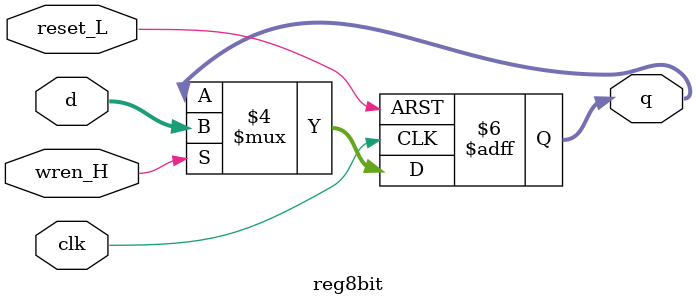
<source format=sv>
module reg8bit (
    input [7:0] d,
    input clk,
    input wren_H,
    input reset_L,
    output logic [7:0] q
);
always @ (posedge clk or negedge reset_L) begin
    if (reset_L == 0) begin
        q <= 8'b0;
    end
    else if (wren_H == 1) begin
        q <= d;
    end
end
endmodule
</source>
